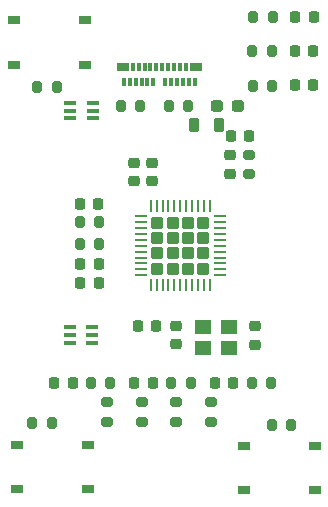
<source format=gbr>
%TF.GenerationSoftware,KiCad,Pcbnew,(6.0.7)*%
%TF.CreationDate,2022-09-02T00:32:44-07:00*%
%TF.ProjectId,HARDWARE_USBC_ISP_Programmer,48415244-5741-4524-955f-555342435f49,rev?*%
%TF.SameCoordinates,Original*%
%TF.FileFunction,Paste,Top*%
%TF.FilePolarity,Positive*%
%FSLAX46Y46*%
G04 Gerber Fmt 4.6, Leading zero omitted, Abs format (unit mm)*
G04 Created by KiCad (PCBNEW (6.0.7)) date 2022-09-02 00:32:44*
%MOMM*%
%LPD*%
G01*
G04 APERTURE LIST*
G04 Aperture macros list*
%AMRoundRect*
0 Rectangle with rounded corners*
0 $1 Rounding radius*
0 $2 $3 $4 $5 $6 $7 $8 $9 X,Y pos of 4 corners*
0 Add a 4 corners polygon primitive as box body*
4,1,4,$2,$3,$4,$5,$6,$7,$8,$9,$2,$3,0*
0 Add four circle primitives for the rounded corners*
1,1,$1+$1,$2,$3*
1,1,$1+$1,$4,$5*
1,1,$1+$1,$6,$7*
1,1,$1+$1,$8,$9*
0 Add four rect primitives between the rounded corners*
20,1,$1+$1,$2,$3,$4,$5,0*
20,1,$1+$1,$4,$5,$6,$7,0*
20,1,$1+$1,$6,$7,$8,$9,0*
20,1,$1+$1,$8,$9,$2,$3,0*%
G04 Aperture macros list end*
%ADD10RoundRect,0.218750X-0.218750X-0.381250X0.218750X-0.381250X0.218750X0.381250X-0.218750X0.381250X0*%
%ADD11R,1.000000X0.750000*%
%ADD12RoundRect,0.200000X-0.200000X-0.275000X0.200000X-0.275000X0.200000X0.275000X-0.200000X0.275000X0*%
%ADD13RoundRect,0.200000X0.200000X0.275000X-0.200000X0.275000X-0.200000X-0.275000X0.200000X-0.275000X0*%
%ADD14RoundRect,0.225000X0.250000X-0.225000X0.250000X0.225000X-0.250000X0.225000X-0.250000X-0.225000X0*%
%ADD15R,1.400000X1.200000*%
%ADD16RoundRect,0.250000X-0.275000X-0.275000X0.275000X-0.275000X0.275000X0.275000X-0.275000X0.275000X0*%
%ADD17RoundRect,0.062500X-0.475000X-0.062500X0.475000X-0.062500X0.475000X0.062500X-0.475000X0.062500X0*%
%ADD18RoundRect,0.062500X-0.062500X-0.475000X0.062500X-0.475000X0.062500X0.475000X-0.062500X0.475000X0*%
%ADD19RoundRect,0.200000X0.275000X-0.200000X0.275000X0.200000X-0.275000X0.200000X-0.275000X-0.200000X0*%
%ADD20RoundRect,0.218750X-0.218750X-0.256250X0.218750X-0.256250X0.218750X0.256250X-0.218750X0.256250X0*%
%ADD21RoundRect,0.225000X0.225000X0.250000X-0.225000X0.250000X-0.225000X-0.250000X0.225000X-0.250000X0*%
%ADD22R,0.300000X0.700000*%
%ADD23R,1.000000X0.700000*%
%ADD24RoundRect,0.218750X0.218750X0.256250X-0.218750X0.256250X-0.218750X-0.256250X0.218750X-0.256250X0*%
%ADD25RoundRect,0.200000X-0.275000X0.200000X-0.275000X-0.200000X0.275000X-0.200000X0.275000X0.200000X0*%
%ADD26RoundRect,0.039000X0.491000X0.156000X-0.491000X0.156000X-0.491000X-0.156000X0.491000X-0.156000X0*%
%ADD27RoundRect,0.237500X0.287500X0.237500X-0.287500X0.237500X-0.287500X-0.237500X0.287500X-0.237500X0*%
%ADD28RoundRect,0.225000X-0.250000X0.225000X-0.250000X-0.225000X0.250000X-0.225000X0.250000X0.225000X0*%
%ADD29RoundRect,0.225000X-0.225000X-0.250000X0.225000X-0.250000X0.225000X0.250000X-0.225000X0.250000X0*%
%ADD30RoundRect,0.039000X-0.491000X-0.156000X0.491000X-0.156000X0.491000X0.156000X-0.491000X0.156000X0*%
G04 APERTURE END LIST*
D10*
%TO.C,FB1*%
X75300000Y-96125000D03*
X77425000Y-96125000D03*
%TD*%
D11*
%TO.C,S3*%
X79575000Y-123300000D03*
X85575000Y-123300000D03*
X79575000Y-127050000D03*
X85575000Y-127050000D03*
%TD*%
D12*
%TO.C,R3*%
X61625000Y-121300000D03*
X63275000Y-121300000D03*
%TD*%
D13*
%TO.C,R18*%
X70800000Y-94525000D03*
X69150000Y-94525000D03*
%TD*%
D14*
%TO.C,C4*%
X70250000Y-100875000D03*
X70250000Y-99325000D03*
%TD*%
D15*
%TO.C,Y1*%
X78300000Y-113250000D03*
X76100000Y-113250000D03*
X76100000Y-114950000D03*
X78300000Y-114950000D03*
%TD*%
D12*
%TO.C,R10*%
X80350000Y-86975000D03*
X82000000Y-86975000D03*
%TD*%
D16*
%TO.C,U1*%
X76125000Y-106975000D03*
X76125000Y-108275000D03*
X74825000Y-106975000D03*
X73525000Y-104375000D03*
X74825000Y-108275000D03*
X74825000Y-104375000D03*
X72225000Y-105675000D03*
X76125000Y-105675000D03*
X73525000Y-105675000D03*
X72225000Y-104375000D03*
X73525000Y-106975000D03*
X73525000Y-108275000D03*
X74825000Y-105675000D03*
X72225000Y-106975000D03*
X76125000Y-104375000D03*
X72225000Y-108275000D03*
D17*
X70837500Y-103825000D03*
X70837500Y-104325000D03*
X70837500Y-104825000D03*
X70837500Y-105325000D03*
X70837500Y-105825000D03*
X70837500Y-106325000D03*
X70837500Y-106825000D03*
X70837500Y-107325000D03*
X70837500Y-107825000D03*
X70837500Y-108325000D03*
X70837500Y-108825000D03*
D18*
X71675000Y-109662500D03*
X72175000Y-109662500D03*
X72675000Y-109662500D03*
X73175000Y-109662500D03*
X73675000Y-109662500D03*
X74175000Y-109662500D03*
X74675000Y-109662500D03*
X75175000Y-109662500D03*
X75675000Y-109662500D03*
X76175000Y-109662500D03*
X76675000Y-109662500D03*
D17*
X77512500Y-108825000D03*
X77512500Y-108325000D03*
X77512500Y-107825000D03*
X77512500Y-107325000D03*
X77512500Y-106825000D03*
X77512500Y-106325000D03*
X77512500Y-105825000D03*
X77512500Y-105325000D03*
X77512500Y-104825000D03*
X77512500Y-104325000D03*
X77512500Y-103825000D03*
D18*
X76675000Y-102987500D03*
X76175000Y-102987500D03*
X75675000Y-102987500D03*
X75175000Y-102987500D03*
X74675000Y-102987500D03*
X74175000Y-102987500D03*
X73675000Y-102987500D03*
X73175000Y-102987500D03*
X72675000Y-102987500D03*
X72175000Y-102987500D03*
X71675000Y-102987500D03*
%TD*%
D12*
%TO.C,R1*%
X65650000Y-106172000D03*
X67300000Y-106172000D03*
%TD*%
D11*
%TO.C,S1*%
X60375000Y-123175000D03*
X66375000Y-123175000D03*
X60375000Y-126925000D03*
X66375000Y-126925000D03*
%TD*%
D14*
%TO.C,C8*%
X73825000Y-114675000D03*
X73825000Y-113125000D03*
%TD*%
D19*
%TO.C,R16*%
X68000000Y-121250000D03*
X68000000Y-119600000D03*
%TD*%
D13*
%TO.C,R11*%
X68250000Y-117925000D03*
X66600000Y-117925000D03*
%TD*%
%TO.C,R5*%
X83575000Y-121525000D03*
X81925000Y-121525000D03*
%TD*%
D20*
%TO.C,D6*%
X63487500Y-117925000D03*
X65062500Y-117925000D03*
%TD*%
D21*
%TO.C,C3*%
X67250000Y-102775000D03*
X65700000Y-102775000D03*
%TD*%
D12*
%TO.C,R2*%
X65650000Y-104350000D03*
X67300000Y-104350000D03*
%TD*%
%TO.C,R8*%
X80300000Y-92775000D03*
X81950000Y-92775000D03*
%TD*%
D14*
%TO.C,C1*%
X78400000Y-100225000D03*
X78400000Y-98675000D03*
%TD*%
D22*
%TO.C,J1*%
X75400000Y-92470000D03*
X74900000Y-92470000D03*
X74400000Y-92470000D03*
X73900000Y-92470000D03*
X73400000Y-92470000D03*
X72900000Y-92470000D03*
X71900000Y-92470000D03*
X71400000Y-92470000D03*
X70900000Y-92470000D03*
X70400000Y-92470000D03*
X69900000Y-92470000D03*
X69400000Y-92470000D03*
D23*
X69300000Y-91170000D03*
D22*
X70150000Y-91170000D03*
X70650000Y-91170000D03*
X71150000Y-91170000D03*
X71650000Y-91170000D03*
X72150000Y-91170000D03*
X72650000Y-91170000D03*
X73150000Y-91170000D03*
X73650000Y-91170000D03*
X74150000Y-91170000D03*
X74650000Y-91170000D03*
D23*
X75500000Y-91170000D03*
%TD*%
D21*
%TO.C,C9*%
X67275000Y-109525000D03*
X65725000Y-109525000D03*
%TD*%
D13*
%TO.C,R9*%
X81875000Y-117925000D03*
X80225000Y-117925000D03*
%TD*%
D20*
%TO.C,D4*%
X77087500Y-117925000D03*
X78662500Y-117925000D03*
%TD*%
D19*
%TO.C,R13*%
X80000000Y-100275000D03*
X80000000Y-98625000D03*
%TD*%
D20*
%TO.C,D2*%
X70250000Y-117925000D03*
X71825000Y-117925000D03*
%TD*%
D24*
%TO.C,D5*%
X85475000Y-86975000D03*
X83900000Y-86975000D03*
%TD*%
D25*
%TO.C,R17*%
X70950000Y-119575000D03*
X70950000Y-121225000D03*
%TD*%
D13*
%TO.C,R7*%
X75050000Y-117925000D03*
X73400000Y-117925000D03*
%TD*%
D26*
%TO.C,U3*%
X66685000Y-114536774D03*
X66685000Y-113886774D03*
X66685000Y-113236774D03*
X64815000Y-113236774D03*
X64815000Y-113886774D03*
X64815000Y-114536774D03*
%TD*%
D27*
%TO.C,F1*%
X79075000Y-94500000D03*
X77325000Y-94500000D03*
%TD*%
D11*
%TO.C,S2*%
X60075000Y-87250000D03*
X66075000Y-87250000D03*
X60075000Y-91000000D03*
X66075000Y-91000000D03*
%TD*%
D25*
%TO.C,R12*%
X76750000Y-119600000D03*
X76750000Y-121250000D03*
%TD*%
D21*
%TO.C,C10*%
X67275000Y-107900000D03*
X65725000Y-107900000D03*
%TD*%
D28*
%TO.C,C7*%
X80500000Y-113150000D03*
X80500000Y-114700000D03*
%TD*%
D29*
%TO.C,C2*%
X70575000Y-113125000D03*
X72125000Y-113125000D03*
%TD*%
D12*
%TO.C,R6*%
X80275000Y-89875000D03*
X81925000Y-89875000D03*
%TD*%
D30*
%TO.C,U2*%
X64880000Y-94250000D03*
X64880000Y-94900000D03*
X64880000Y-95550000D03*
X66750000Y-95550000D03*
X66750000Y-94900000D03*
X66750000Y-94250000D03*
%TD*%
D14*
%TO.C,C5*%
X71800000Y-100875000D03*
X71800000Y-99325000D03*
%TD*%
D12*
%TO.C,R14*%
X73200000Y-94500000D03*
X74850000Y-94500000D03*
%TD*%
D24*
%TO.C,D1*%
X85450000Y-89850000D03*
X83875000Y-89850000D03*
%TD*%
%TO.C,D3*%
X85425000Y-92750000D03*
X83850000Y-92750000D03*
%TD*%
D29*
%TO.C,C6*%
X78475000Y-97025000D03*
X80025000Y-97025000D03*
%TD*%
D25*
%TO.C,R15*%
X73850000Y-119600000D03*
X73850000Y-121250000D03*
%TD*%
D13*
%TO.C,R4*%
X63725000Y-92925000D03*
X62075000Y-92925000D03*
%TD*%
M02*

</source>
